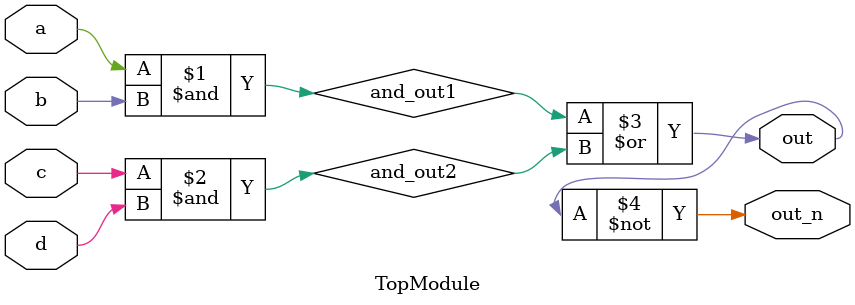
<source format=sv>
module TopModule(
    input wire a,
    input wire b,
    input wire c,
    input wire d,
    output wire out,
    output wire out_n
);

    wire and_out1;
    wire and_out2;

    // First Layer: AND Gates
    assign and_out1 = a & b;
    assign and_out2 = c & d;

    // Second Layer: OR Gate
    assign out = and_out1 | and_out2;

    // Inversion: NOT Gate
    assign out_n = ~out;

endmodule
</source>
